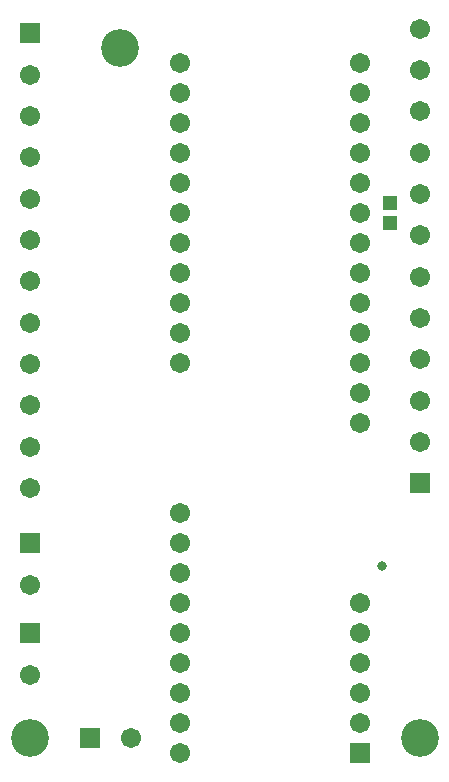
<source format=gbs>
G75*
%MOIN*%
%OFA0B0*%
%FSLAX25Y25*%
%IPPOS*%
%LPD*%
%AMOC8*
5,1,8,0,0,1.08239X$1,22.5*
%
%ADD10C,0.06737*%
%ADD11R,0.06737X0.06737*%
%ADD12R,0.05131X0.04737*%
%ADD13C,0.12611*%
%ADD14C,0.03187*%
D10*
X0019017Y0043384D03*
X0019017Y0073384D03*
X0019017Y0105588D03*
X0019017Y0119368D03*
X0019017Y0133148D03*
X0019017Y0146927D03*
X0019017Y0160707D03*
X0019017Y0174486D03*
X0019017Y0188266D03*
X0019017Y0202045D03*
X0019017Y0215825D03*
X0019017Y0229604D03*
X0019017Y0243384D03*
X0069017Y0247163D03*
X0069017Y0237163D03*
X0069017Y0227163D03*
X0069017Y0217163D03*
X0069017Y0207163D03*
X0069017Y0197163D03*
X0069017Y0187163D03*
X0069017Y0177163D03*
X0069017Y0167163D03*
X0069017Y0157163D03*
X0069017Y0147163D03*
X0069017Y0097163D03*
X0069017Y0087163D03*
X0069017Y0077163D03*
X0069017Y0067163D03*
X0069017Y0057163D03*
X0069017Y0047163D03*
X0069017Y0037163D03*
X0069017Y0027163D03*
X0069017Y0017163D03*
X0052796Y0022163D03*
X0129017Y0027163D03*
X0129017Y0037163D03*
X0129017Y0047163D03*
X0129017Y0057163D03*
X0129017Y0067163D03*
X0149017Y0120943D03*
X0149017Y0134722D03*
X0149017Y0148502D03*
X0149017Y0162281D03*
X0149017Y0176061D03*
X0149017Y0189840D03*
X0149017Y0203620D03*
X0149017Y0217399D03*
X0149017Y0231179D03*
X0149017Y0244959D03*
X0149017Y0258738D03*
X0129017Y0247163D03*
X0129017Y0237163D03*
X0129017Y0227163D03*
X0129017Y0217163D03*
X0129017Y0207163D03*
X0129017Y0197163D03*
X0129017Y0187163D03*
X0129017Y0177163D03*
X0129017Y0167163D03*
X0129017Y0157163D03*
X0129017Y0147163D03*
X0129017Y0137163D03*
X0129017Y0127163D03*
D11*
X0149017Y0107163D03*
X0129017Y0017163D03*
X0039017Y0022163D03*
X0019017Y0057163D03*
X0019017Y0087163D03*
X0019017Y0257163D03*
D12*
X0139017Y0200510D03*
X0139017Y0193817D03*
D13*
X0019017Y0022163D03*
X0149017Y0022163D03*
X0049017Y0252163D03*
D14*
X0136517Y0079663D03*
M02*

</source>
